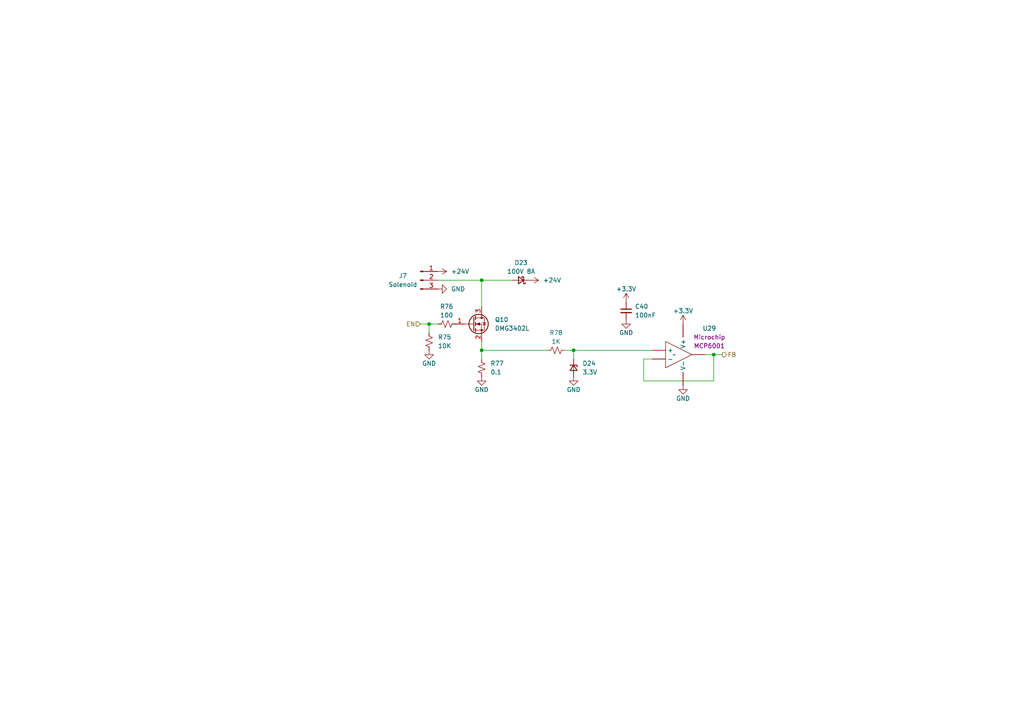
<source format=kicad_sch>
(kicad_sch (version 20231120) (generator "eeschema") (generator_version "8.0")
  (paper "A4")
  (lib_symbols
    (symbol "Connector:Conn_01x03_Pin" (pin_names (offset 1.016) hide)
      (property "Reference" "J" (at 0 5.08 0))
      (property "Value" "Conn_01x03_Pin" (at 0 -5.08 0))
      (symbol "Conn_01x03_Pin_1_1"
        (polyline (pts (xy 1.27 -2.54) (xy 0.8636 -2.54)) (stroke (width 0.1524)))
        (polyline (pts (xy 1.27 0) (xy 0.8636 0)) (stroke (width 0.1524)))
        (polyline (pts (xy 1.27 2.54) (xy 0.8636 2.54)) (stroke (width 0.1524)))
        (rectangle (start 0.8636 -2.413) (end 0 -2.667) (stroke (width 0.1524)) (fill (type outline)))
        (rectangle (start 0.8636 0.127) (end 0 -0.127) (stroke (width 0.1524)) (fill (type outline)))
        (rectangle (start 0.8636 2.667) (end 0 2.413) (stroke (width 0.1524)) (fill (type outline)))
        (pin passive line (at 5.08 2.54 180) (length 3.81) (name "Pin_1") (number "1"))
        (pin passive line (at 5.08 0 180) (length 3.81) (name "Pin_2") (number "2"))
        (pin passive line (at 5.08 -2.54 180) (length 3.81) (name "Pin_3") (number "3"))
      )
    )
    (symbol "Device:C_Small" (pin_numbers hide) (pin_names (offset 0.254) hide)
      (property "Reference" "C" (at 0.254 1.778 0))
      (property "Value" "C_Small" (at 0.254 -2.032 0))
      (symbol "C_Small_0_1"
        (polyline (pts (xy -1.524 -0.508) (xy 1.524 -0.508)) (stroke (width 0.3302)))
        (polyline (pts (xy -1.524 0.508) (xy 1.524 0.508)) (stroke (width 0.3048)))
      )
      (symbol "C_Small_1_1"
        (pin passive line (at 0 2.54 270) (length 2.032) (name "~") (number "1"))
        (pin passive line (at 0 -2.54 90) (length 2.032) (name "~") (number "2"))
      )
    )
    (symbol "Device:D_Schottky_Small" (pin_numbers hide) (pin_names (offset 0.254) hide)
      (property "Reference" "D" (at -1.27 2.032 0))
      (property "Value" "D_Schottky_Small" (at -7.112 -2.032 0))
      (symbol "D_Schottky_Small_0_1"
        (polyline (pts (xy -0.762 0) (xy 0.762 0)))
        (polyline (pts (xy 0.762 -1.016) (xy -0.762 0) (xy 0.762 1.016) (xy 0.762 -1.016)) (stroke (width 0.254)))
        (polyline (pts (xy -1.27 0.762) (xy -1.27 1.016) (xy -0.762 1.016) (xy -0.762 -1.016) (xy -0.254 -1.016) (xy -0.254 -0.762)) (stroke (width 0.254)))
      )
      (symbol "D_Schottky_Small_1_1"
        (pin passive line (at -2.54 0 0) (length 1.778) (name "K") (number "1"))
        (pin passive line (at 2.54 0 180) (length 1.778) (name "A") (number "2"))
      )
    )
    (symbol "Device:D_Zener_Small" (pin_numbers hide) (pin_names (offset 0.254) hide)
      (property "Reference" "D" (at 0 2.286 0))
      (property "Value" "D_Zener_Small" (at 0 -2.286 0))
      (symbol "D_Zener_Small_0_1"
        (polyline (pts (xy 0.762 0) (xy -0.762 0)))
        (polyline (pts (xy -0.254 1.016) (xy -0.762 1.016) (xy -0.762 -1.016)) (stroke (width 0.254)))
        (polyline (pts (xy 0.762 1.016) (xy -0.762 0) (xy 0.762 -1.016) (xy 0.762 1.016)) (stroke (width 0.254)))
      )
      (symbol "D_Zener_Small_1_1"
        (pin passive line (at -2.54 0 0) (length 1.778) (name "K") (number "1"))
        (pin passive line (at 2.54 0 180) (length 1.778) (name "A") (number "2"))
      )
    )
    (symbol "Device:Q_NMOS_GSD" (pin_names (offset 0) hide)
      (property "Reference" "Q" (at 5.08 1.27 0))
      (property "Value" "Q_NMOS_GSD" (at 5.08 -1.27 0))
      (symbol "Q_NMOS_GSD_0_1"
        (polyline (pts (xy 0.254 0) (xy -2.54 0)))
        (polyline (pts (xy 0.254 1.905) (xy 0.254 -1.905)) (stroke (width 0.254)))
        (polyline (pts (xy 0.762 -1.27) (xy 0.762 -2.286)) (stroke (width 0.254)))
        (polyline (pts (xy 0.762 0.508) (xy 0.762 -0.508)) (stroke (width 0.254)))
        (polyline (pts (xy 0.762 2.286) (xy 0.762 1.27)) (stroke (width 0.254)))
        (polyline (pts (xy 2.54 2.54) (xy 2.54 1.778)))
        (polyline (pts (xy 2.54 -2.54) (xy 2.54 0) (xy 0.762 0)))
        (polyline (pts (xy 0.762 -1.778) (xy 3.302 -1.778) (xy 3.302 1.778) (xy 0.762 1.778)))
        (polyline (pts (xy 1.016 0) (xy 2.032 0.381) (xy 2.032 -0.381) (xy 1.016 0)) (fill (type outline)))
        (polyline (pts (xy 2.794 0.508) (xy 2.921 0.381) (xy 3.683 0.381) (xy 3.81 0.254)))
        (polyline (pts (xy 3.302 0.381) (xy 2.921 -0.254) (xy 3.683 -0.254) (xy 3.302 0.381)))
        (circle (center 1.651 0) (radius 2.794) (stroke (width 0.254)))
        (circle (center 2.54 -1.778) (radius 0.254) (fill (type outline)))
        (circle (center 2.54 1.778) (radius 0.254) (fill (type outline)))
      )
      (symbol "Q_NMOS_GSD_1_1"
        (pin input line (at -5.08 0 0) (length 2.54) (name "G") (number "1"))
        (pin passive line (at 2.54 -5.08 90) (length 2.54) (name "S") (number "2"))
        (pin passive line (at 2.54 5.08 270) (length 2.54) (name "D") (number "3"))
      )
    )
    (symbol "Device:R_Small_US" (pin_numbers hide) (pin_names (offset 0.254) hide)
      (property "Reference" "R" (at 0.762 0.508 0))
      (property "Value" "R_Small_US" (at 0.762 -1.016 0))
      (symbol "R_Small_US_1_1"
        (polyline (pts (xy 0 0) (xy 1.016 -0.381) (xy 0 -0.762) (xy -1.016 -1.143) (xy 0 -1.524)))
        (polyline (pts (xy 0 1.524) (xy 1.016 1.143) (xy 0 0.762) (xy -1.016 0.381) (xy 0 0)))
        (pin passive line (at 0 2.54 270) (length 1.016) (name "~") (number "1"))
        (pin passive line (at 0 -2.54 90) (length 1.016) (name "~") (number "2"))
      )
    )
    (symbol "UCIRP-KiCAD-Lib:MCP6001" (pin_numbers hide)
      (property "Reference" "U" (at 0 5.08 0))
      (property "Value" "~" (at 0 0 0))
      (property "Manufacturer" "Microchip" (at 0 0 0))
      (property "Part #" "MCP6001" (at 0 0 0))
      (symbol "MCP6001_0_1"
        (polyline (pts (xy -2.54 3.81) (xy -2.54 -3.81) (xy 5.08 0) (xy -2.54 3.81)) (stroke (width 0.1524)))
      )
      (symbol "MCP6001_1_1"
        (pin output line (at 8.89 0 180) (length 3.81) (name "") (number "1"))
        (pin power_in line (at 2.54 -8.89 90) (length 3.81) (name "V-") (number "2"))
        (pin input line (at -6.35 1.27 0) (length 3.81) (name "+") (number "3"))
        (pin input line (at -6.35 -1.27 0) (length 3.81) (name "-") (number "4"))
        (pin power_in line (at 2.54 8.89 270) (length 3.81) (name "V+") (number "5"))
      )
    )
    (symbol "power:+24V" (power) (pin_names (offset 0))
      (property "Value" "+24V" (at 0 3.556 0))
      (symbol "+24V_0_1"
        (polyline (pts (xy -0.762 1.27) (xy 0 2.54)))
        (polyline (pts (xy 0 0) (xy 0 2.54)))
        (polyline (pts (xy 0 2.54) (xy 0.762 1.27)))
      )
      (symbol "+24V_1_1"
        (pin power_in line (at 0 0 90) (length 0) hide (name "+24V") (number "1"))
      )
    )
    (symbol "power:+3.3V" (power) (pin_names (offset 0))
      (property "Value" "+3.3V" (at 0 3.556 0))
      (symbol "+3.3V_0_1"
        (polyline (pts (xy -0.762 1.27) (xy 0 2.54)))
        (polyline (pts (xy 0 0) (xy 0 2.54)))
        (polyline (pts (xy 0 2.54) (xy 0.762 1.27)))
      )
      (symbol "+3.3V_1_1"
        (pin power_in line (at 0 0 90) (length 0) hide (name "+3.3V") (number "1"))
      )
    )
    (symbol "power:GND" (power) (pin_names (offset 0))
      (property "Value" "GND" (at 0 -3.81 0))
      (symbol "GND_0_1"
        (polyline (pts (xy 0 0) (xy 0 -1.27) (xy 1.27 -1.27) (xy 0 -2.54) (xy -1.27 -1.27) (xy 0 -1.27)))
      )
      (symbol "GND_1_1"
        (pin power_in line (at 0 0 270) (length 0) hide (name "GND") (number "1"))
      )
    )
  )
  (junction (at 207.01 102.87))
  (junction (at 124.46 93.98))
  (junction (at 139.7 81.28))
  (junction (at 166.37 101.6))
  (junction (at 139.7 101.6))
  (wire (pts (xy 166.37 101.6) (xy 189.23 101.6)))
  (wire (pts (xy 139.7 81.28) (xy 139.7 88.9)))
  (wire (pts (xy 139.7 101.6) (xy 139.7 104.14)))
  (wire (pts (xy 163.83 101.6) (xy 166.37 101.6)))
  (wire (pts (xy 127 93.98) (xy 124.46 93.98)))
  (wire (pts (xy 121.92 93.98) (xy 124.46 93.98)))
  (wire (pts (xy 139.7 101.6) (xy 158.75 101.6)))
  (wire (pts (xy 207.01 102.87) (xy 209.55 102.87)))
  (wire (pts (xy 207.01 102.87) (xy 204.47 102.87)))
  (wire (pts (xy 124.46 93.98) (xy 124.46 96.52)))
  (wire (pts (xy 139.7 81.28) (xy 148.59 81.28)))
  (wire (pts (xy 189.23 104.14) (xy 186.69 104.14)))
  (wire (pts (xy 186.69 104.14) (xy 186.69 110.49)))
  (wire (pts (xy 186.69 110.49) (xy 207.01 110.49)))
  (wire (pts (xy 139.7 99.06) (xy 139.7 101.6)))
  (wire (pts (xy 207.01 110.49) (xy 207.01 102.87)))
  (wire (pts (xy 166.37 101.6) (xy 166.37 104.14)))
  (wire (pts (xy 127 81.28) (xy 139.7 81.28)))
  (hierarchical_label "FB" (shape output) (at 209.55 102.87 0))
  (hierarchical_label "EN" (shape input) (at 121.92 93.98 180))
  (symbol (lib_id "Device:R_Small_US") (at 139.7 106.68 180) (unit 1)
    (property "Reference" "R77" (at 142.24 105.41 0) (effects (justify right)))
    (property "Value" "0.1" (at 142.24 107.95 0) (effects (justify right)))
    (property "Footprint" "Resistor_SMD:R_2512_6332Metric" (effects (hide yes)))
    (property "Manufacturer" " Stackpole Electronics Inc" (effects (hide yes)))
    (property "Part #" "CSRN2512FTR100" (effects (hide yes)))
    (instances (project "rocket2-ecu" (path "" (reference "R77") (unit 1)) (path "" (reference "R82") (unit 1)) (path "" (reference "R88") (unit 1)) (path "" (reference "R92") (unit 1))) (project "rocket2-gse" (path "" (reference "R33") (unit 1)) (path "" (reference "R37") (unit 1)) (path "" (reference "R53") (unit 1)) (path "" (reference "R49") (unit 1)) (path "" (reference "R45") (unit 1)) (path "" (reference "R41") (unit 1)) (path "" (reference "R61") (unit 1)) (path "" (reference "R57") (unit 1)) (path "" (reference "R65") (unit 1))))
  )
  (symbol (lib_id "Device:Q_NMOS_GSD") (at 137.16 93.98 0) (unit 1)
    (property "Reference" "Q10" (at 143.51 92.71 0) (effects (justify left)))
    (property "Value" "DMG3402L" (at 143.51 95.25 0) (effects (justify left)))
    (property "Footprint" "Package_TO_SOT_SMD:SOT-23-3" (effects (hide yes)))
    (property "Datasheet" "https://www.diodes.com/assets/Datasheets/DMG3402L.pdf" (effects (hide yes)))
    (property "Manufacturer" "Diodes Incorporated" (effects (hide yes)))
    (property "Part #" "DMG3402L" (effects (hide yes)))
    (instances (project "rocket2-ecu" (path "" (reference "Q10") (unit 1)) (path "" (reference "Q11") (unit 1)) (path "" (reference "Q12") (unit 1)) (path "" (reference "Q13") (unit 1))) (project "rocket2-gse" (path "" (reference "Q8") (unit 1)) (path "" (reference "Q9") (unit 1)) (path "" (reference "Q13") (unit 1)) (path "" (reference "Q12") (unit 1)) (path "" (reference "Q11") (unit 1)) (path "" (reference "Q10") (unit 1)) (path "" (reference "Q15") (unit 1)) (path "" (reference "Q14") (unit 1)) (path "" (reference "Q16") (unit 1))))
  )
  (symbol (lib_id "power:GND") (at 124.46 101.6 0) (unit 1)
    (property "Reference" "#PWR0107" (effects (hide yes)))
    (property "Value" "GND" (at 124.46 105.41 0))
    (instances (project "rocket2-ecu" (path "" (reference "#PWR0107") (unit 1)) (path "" (reference "#PWR0122") (unit 1)) (path "" (reference "#PWR0135") (unit 1)) (path "" (reference "#PWR0145") (unit 1))) (project "rocket2-gse" (path "" (reference "#PWR077") (unit 1)) (path "" (reference "#PWR087") (unit 1)) (path "" (reference "#PWR0127") (unit 1)) (path "" (reference "#PWR0117") (unit 1)) (path "" (reference "#PWR0107") (unit 1)) (path "" (reference "#PWR097") (unit 1)) (path "" (reference "#PWR0147") (unit 1)) (path "" (reference "#PWR0137") (unit 1)) (path "" (reference "#PWR0157") (unit 1))))
  )
  (symbol (lib_id "power:+3.3V") (at 181.61 87.63 0) (unit 1)
    (property "Reference" "#PWR0113" (effects (hide yes)))
    (property "Value" "+3.3V" (at 181.61 83.82 0))
    (instances (project "rocket2-ecu" (path "" (reference "#PWR0113") (unit 1)) (path "" (reference "#PWR0128") (unit 1)) (path "" (reference "#PWR0141") (unit 1)) (path "" (reference "#PWR0151") (unit 1))) (project "rocket2-gse" (path "" (reference "#PWR0123") (unit 1)) (path "" (reference "#PWR0143") (unit 1)) (path "" (reference "#PWR085") (unit 1)) (path "" (reference "#PWR0133") (unit 1)) (path "" (reference "#PWR0113") (unit 1)) (path "" (reference "#PWR0103") (unit 1)) (path "" (reference "#PWR093") (unit 1)) (path "" (reference "#PWR0153") (unit 1)) (path "" (reference "#PWR013") (unit 1)) (path "" (reference "#PWR0163") (unit 1))))
  )
  (symbol (lib_id "power:GND") (at 166.37 109.22 0) (unit 1)
    (property "Reference" "#PWR0112" (effects (hide yes)))
    (property "Value" "GND" (at 166.37 113.03 0))
    (instances (project "rocket2-ecu" (path "" (reference "#PWR0112") (unit 1)) (path "" (reference "#PWR0127") (unit 1)) (path "" (reference "#PWR0140") (unit 1)) (path "" (reference "#PWR0150") (unit 1))) (project "rocket2-gse" (path "" (reference "#PWR082") (unit 1)) (path "" (reference "#PWR092") (unit 1)) (path "" (reference "#PWR0132") (unit 1)) (path "" (reference "#PWR0122") (unit 1)) (path "" (reference "#PWR0112") (unit 1)) (path "" (reference "#PWR0102") (unit 1)) (path "" (reference "#PWR0152") (unit 1)) (path "" (reference "#PWR0142") (unit 1)) (path "" (reference "#PWR0162") (unit 1))))
  )
  (symbol (lib_id "power:GND") (at 198.12 111.76 0) (unit 1)
    (property "Reference" "#PWR0116" (effects (hide yes)))
    (property "Value" "GND" (at 198.12 115.57 0))
    (instances (project "rocket2-ecu" (path "" (reference "#PWR0116") (unit 1)) (path "" (reference "#PWR0131") (unit 1)) (path "" (reference "#PWR0144") (unit 1)) (path "" (reference "#PWR0154") (unit 1))) (project "rocket2-gse" (path "" (reference "#PWR084") (unit 1)) (path "" (reference "#PWR096") (unit 1)) (path "" (reference "#PWR0136") (unit 1)) (path "" (reference "#PWR0126") (unit 1)) (path "" (reference "#PWR0116") (unit 1)) (path "" (reference "#PWR0106") (unit 1)) (path "" (reference "#PWR0156") (unit 1)) (path "" (reference "#PWR0146") (unit 1)) (path "" (reference "#PWR0166") (unit 1))))
  )
  (symbol (lib_id "Device:D_Zener_Small") (at 166.37 106.68 270) (unit 1)
    (property "Reference" "D24" (at 168.91 105.41 90) (effects (justify left)))
    (property "Value" "3.3V" (at 168.91 107.95 90) (effects (justify left)))
    (property "Footprint" "Diode_SMD:D_SOD-123" (effects (hide yes)))
    (property "Datasheet" "https://www.onsemi.com/pdf/datasheet/mmsz4678t1-d.pdf" (effects (hide yes)))
    (property "Manufacturer" "Onsemi" (effects (hide yes)))
    (property "Part #" "MMSZ4684T1G" (effects (hide yes)))
    (instances (project "rocket2-ecu" (path "" (reference "D24") (unit 1)) (path "" (reference "D26") (unit 1)) (path "" (reference "D28") (unit 1)) (path "" (reference "D30") (unit 1))) (project "rocket2-gse" (path "" (reference "D11") (unit 1)) (path "" (reference "D13") (unit 1)) (path "" (reference "D21") (unit 1)) (path "" (reference "D19") (unit 1)) (path "" (reference "D17") (unit 1)) (path "" (reference "D15") (unit 1)) (path "" (reference "D25") (unit 1)) (path "" (reference "D23") (unit 1)) (path "" (reference "D27") (unit 1))))
  )
  (symbol (lib_id "power:GND") (at 127 83.82 90) (unit 1)
    (property "Reference" "#PWR0109" (effects (hide yes)))
    (property "Value" "GND" (at 130.81 83.82 90) (effects (justify right)))
    (instances (project "rocket2-ecu" (path "" (reference "#PWR0109") (unit 1)) (path "" (reference "#PWR0124") (unit 1)) (path "" (reference "#PWR0137") (unit 1)) (path "" (reference "#PWR0147") (unit 1))) (project "rocket2-gse" (path "" (reference "#PWR079") (unit 1)) (path "" (reference "#PWR089") (unit 1)) (path "" (reference "#PWR0129") (unit 1)) (path "" (reference "#PWR0119") (unit 1)) (path "" (reference "#PWR0109") (unit 1)) (path "" (reference "#PWR099") (unit 1)) (path "" (reference "#PWR0149") (unit 1)) (path "" (reference "#PWR0139") (unit 1)) (path "" (reference "#PWR0159") (unit 1))))
  )
  (symbol (lib_id "power:GND") (at 139.7 109.22 0) (unit 1)
    (property "Reference" "#PWR0110" (effects (hide yes)))
    (property "Value" "GND" (at 139.7 113.03 0))
    (instances (project "rocket2-ecu" (path "" (reference "#PWR0110") (unit 1)) (path "" (reference "#PWR0125") (unit 1)) (path "" (reference "#PWR0138") (unit 1)) (path "" (reference "#PWR0148") (unit 1))) (project "rocket2-gse" (path "" (reference "#PWR080") (unit 1)) (path "" (reference "#PWR090") (unit 1)) (path "" (reference "#PWR0130") (unit 1)) (path "" (reference "#PWR0120") (unit 1)) (path "" (reference "#PWR0110") (unit 1)) (path "" (reference "#PWR0100") (unit 1)) (path "" (reference "#PWR0150") (unit 1)) (path "" (reference "#PWR0140") (unit 1)) (path "" (reference "#PWR0160") (unit 1))))
  )
  (symbol (lib_id "power:GND") (at 181.61 92.71 0) (unit 1)
    (property "Reference" "#PWR0114" (effects (hide yes)))
    (property "Value" "GND" (at 181.61 96.52 0))
    (instances (project "rocket2-ecu" (path "" (reference "#PWR0114") (unit 1)) (path "" (reference "#PWR0129") (unit 1)) (path "" (reference "#PWR0142") (unit 1)) (path "" (reference "#PWR0152") (unit 1))) (project "rocket2-gse" (path "" (reference "#PWR0124") (unit 1)) (path "" (reference "#PWR0144") (unit 1)) (path "" (reference "#PWR086") (unit 1)) (path "" (reference "#PWR0134") (unit 1)) (path "" (reference "#PWR0114") (unit 1)) (path "" (reference "#PWR0104") (unit 1)) (path "" (reference "#PWR094") (unit 1)) (path "" (reference "#PWR0154") (unit 1)) (path "" (reference "#PWR014") (unit 1)) (path "" (reference "#PWR0164") (unit 1))))
  )
  (symbol (lib_id "Device:C_Small") (at 181.61 90.17 0) (unit 1)
    (property "Reference" "C40" (at 184.15 88.9 0) (effects (justify left)))
    (property "Value" "100nF" (at 184.15 91.44 0) (effects (justify left)))
    (property "Footprint" "Capacitor_SMD:C_0402_1005Metric" (effects (hide yes)))
    (property "Manufacturer" "Generic" (effects (hide yes)))
    (property "Part #" "Generic CAP CER 0.1UF 6.3V X7R 0402" (effects (hide yes)))
    (instances (project "rocket2-ecu" (path "" (reference "C40") (unit 1)) (path "" (reference "C43") (unit 1)) (path "" (reference "C48") (unit 1)) (path "" (reference "C49") (unit 1))) (project "rocket2-gse" (path "" (reference "C22") (unit 1)) (path "" (reference "C24") (unit 1)) (path "" (reference "C18") (unit 1)) (path "" (reference "C23") (unit 1)) (path "" (reference "C21") (unit 1)) (path "" (reference "C20") (unit 1)) (path "" (reference "C19") (unit 1)) (path "" (reference "C25") (unit 1)) (path "" (reference "C6") (unit 1)) (path "" (reference "C26") (unit 1))))
  )
  (symbol (lib_id "power:+24V") (at 127 78.74 270) (unit 1)
    (property "Reference" "#PWR0108" (effects (hide yes)))
    (property "Value" "+24V" (at 130.81 78.74 90) (effects (justify left)))
    (instances (project "rocket2-ecu" (path "" (reference "#PWR0108") (unit 1)) (path "" (reference "#PWR0123") (unit 1)) (path "" (reference "#PWR0136") (unit 1)) (path "" (reference "#PWR0146") (unit 1))) (project "rocket2-gse" (path "" (reference "#PWR078") (unit 1)) (path "" (reference "#PWR088") (unit 1)) (path "" (reference "#PWR0128") (unit 1)) (path "" (reference "#PWR0118") (unit 1)) (path "" (reference "#PWR0108") (unit 1)) (path "" (reference "#PWR098") (unit 1)) (path "" (reference "#PWR0148") (unit 1)) (path "" (reference "#PWR0138") (unit 1)) (path "" (reference "#PWR0158") (unit 1))))
  )
  (symbol (lib_id "Connector:Conn_01x03_Pin") (at 121.92 81.28 0) (unit 1)
    (property "Reference" "J7" (at 116.84 80.01 0))
    (property "Value" "Solenoid" (at 116.84 82.55 0))
    (property "Footprint" "Connector_PinHeader_2.54mm:PinHeader_1x03_P2.54mm_Vertical" (effects (hide yes)))
    (instances (project "rocket2-ecu" (path "" (reference "J7") (unit 1)) (path "" (reference "J8") (unit 1)) (path "" (reference "J9") (unit 1)) (path "" (reference "J10") (unit 1))) (project "rocket2-gse" (path "" (reference "J9") (unit 1)) (path "" (reference "J10") (unit 1)) (path "" (reference "J14") (unit 1)) (path "" (reference "J13") (unit 1)) (path "" (reference "J12") (unit 1)) (path "" (reference "J11") (unit 1)) (path "" (reference "J16") (unit 1)) (path "" (reference "J15") (unit 1)) (path "" (reference "J17") (unit 1))))
  )
  (symbol (lib_id "Device:R_Small_US") (at 124.46 99.06 180) (unit 1)
    (property "Reference" "R75" (at 127 97.79 0) (effects (justify right)))
    (property "Value" "10K" (at 127 100.33 0) (effects (justify right)))
    (property "Footprint" "Resistor_SMD:R_0402_1005Metric" (effects (hide yes)))
    (property "Manufacturer" "Generic" (effects (hide yes)))
    (property "Part #" "Generic RES SMD 10K OHM 1% 1/4W 0402" (effects (hide yes)))
    (instances (project "rocket2-ecu" (path "" (reference "R75") (unit 1)) (path "" (reference "R80") (unit 1)) (path "" (reference "R86") (unit 1)) (path "" (reference "R90") (unit 1))) (project "rocket2-gse" (path "" (reference "R31") (unit 1)) (path "" (reference "R35") (unit 1)) (path "" (reference "R51") (unit 1)) (path "" (reference "R47") (unit 1)) (path "" (reference "R43") (unit 1)) (path "" (reference "R39") (unit 1)) (path "" (reference "R59") (unit 1)) (path "" (reference "R55") (unit 1)) (path "" (reference "R63") (unit 1))))
  )
  (symbol (lib_id "power:+24V") (at 153.67 81.28 270) (unit 1)
    (property "Reference" "#PWR0111" (effects (hide yes)))
    (property "Value" "+24V" (at 157.48 81.28 90) (effects (justify left)))
    (instances (project "rocket2-ecu" (path "" (reference "#PWR0111") (unit 1)) (path "" (reference "#PWR0126") (unit 1)) (path "" (reference "#PWR0139") (unit 1)) (path "" (reference "#PWR0149") (unit 1))) (project "rocket2-gse" (path "" (reference "#PWR081") (unit 1)) (path "" (reference "#PWR091") (unit 1)) (path "" (reference "#PWR0131") (unit 1)) (path "" (reference "#PWR0121") (unit 1)) (path "" (reference "#PWR0111") (unit 1)) (path "" (reference "#PWR0101") (unit 1)) (path "" (reference "#PWR0151") (unit 1)) (path "" (reference "#PWR0141") (unit 1)) (path "" (reference "#PWR0161") (unit 1))))
  )
  (symbol (lib_id "Device:D_Schottky_Small") (at 151.13 81.28 180) (unit 1)
    (property "Reference" "D23" (at 151.13 76.2 0))
    (property "Value" "100V 8A" (at 151.13 78.74 0))
    (property "Footprint" "Diode_SMD:D_PowerDI-5" (effects (hide yes)))
    (property "Datasheet" "https://www.diodes.com/assets/Datasheets/SDT8A100P5.pdf" (effects (hide yes)))
    (property "Manufacturer" "Diodes Incorporated" (effects (hide yes)))
    (property "Part #" "SDT8A100P5-7" (effects (hide yes)))
    (instances (project "rocket2-ecu" (path "" (reference "D23") (unit 1)) (path "" (reference "D25") (unit 1)) (path "" (reference "D27") (unit 1)) (path "" (reference "D29") (unit 1))) (project "rocket2-gse" (path "" (reference "D18") (unit 1)) (path "" (reference "D22") (unit 1)) (path "" (reference "D10") (unit 1)) (path "" (reference "D20") (unit 1)) (path "" (reference "D16") (unit 1)) (path "" (reference "D14") (unit 1)) (path "" (reference "D12") (unit 1)) (path "" (reference "D24") (unit 1)) (path "" (reference "D1") (unit 1)) (path "" (reference "D26") (unit 1))))
  )
  (symbol (lib_id "power:+3.3V") (at 198.12 93.98 0) (unit 1)
    (property "Reference" "#PWR0115" (effects (hide yes)))
    (property "Value" "+3.3V" (at 198.12 90.17 0))
    (instances (project "rocket2-ecu" (path "" (reference "#PWR0115") (unit 1)) (path "" (reference "#PWR0130") (unit 1)) (path "" (reference "#PWR0143") (unit 1)) (path "" (reference "#PWR0153") (unit 1))) (project "rocket2-gse" (path "" (reference "#PWR083") (unit 1)) (path "" (reference "#PWR095") (unit 1)) (path "" (reference "#PWR0135") (unit 1)) (path "" (reference "#PWR0125") (unit 1)) (path "" (reference "#PWR0115") (unit 1)) (path "" (reference "#PWR0105") (unit 1)) (path "" (reference "#PWR0155") (unit 1)) (path "" (reference "#PWR0145") (unit 1)) (path "" (reference "#PWR0165") (unit 1))))
  )
  (symbol (lib_id "UCIRP-KiCAD-Lib:MCP6001") (at 195.58 102.87 0) (unit 1)
    (property "Reference" "U29" (at 205.74 95.25 0))
    (property "Value" "~" (at 195.58 102.87 0))
    (property "Footprint" "Package_TO_SOT_SMD:SOT-23-5" (effects (hide yes)))
    (property "Datasheet" "https://ww1.microchip.com/downloads/en/DeviceDoc/MCP6001-1R-1U-2-4-1-MHz-Low-Power-Op-Amp-DS20001733L.pdf" (effects (hide yes)))
    (property "Manufacturer" "Microchip" (at 205.74 97.79 0))
    (property "Part #" "MCP6001" (at 205.74 100.33 0))
    (instances (project "rocket2-ecu" (path "" (reference "U29") (unit 1)) (path "" (reference "U31") (unit 1)) (path "" (reference "U34") (unit 1)) (path "" (reference "U35") (unit 1))) (project "rocket2-gse" (path "" (reference "U5") (unit 1)) (path "" (reference "U6") (unit 1)) (path "" (reference "U10") (unit 1)) (path "" (reference "U9") (unit 1)) (path "" (reference "U8") (unit 1)) (path "" (reference "U7") (unit 1)) (path "" (reference "U12") (unit 1)) (path "" (reference "U11") (unit 1)) (path "" (reference "U13") (unit 1))))
  )
  (symbol (lib_id "Device:R_Small_US") (at 161.29 101.6 90) (unit 1)
    (property "Reference" "R78" (at 161.29 96.52 90))
    (property "Value" "1K" (at 161.29 99.06 90))
    (property "Footprint" "Resistor_SMD:R_0402_1005Metric" (effects (hide yes)))
    (property "Manufacturer" "Generic" (effects (hide yes)))
    (property "Part #" "Generic RES SMD 1K OHM 1% 1/16W 0402" (effects (hide yes)))
    (instances (project "rocket2-ecu" (path "" (reference "R78") (unit 1)) (path "" (reference "R83") (unit 1)) (path "" (reference "R89") (unit 1)) (path "" (reference "R93") (unit 1))) (project "rocket2-gse" (path "" (reference "R34") (unit 1)) (path "" (reference "R38") (unit 1)) (path "" (reference "R54") (unit 1)) (path "" (reference "R50") (unit 1)) (path "" (reference "R46") (unit 1)) (path "" (reference "R42") (unit 1)) (path "" (reference "R62") (unit 1)) (path "" (reference "R58") (unit 1)) (path "" (reference "R66") (unit 1))))
  )
  (symbol (lib_id "Device:R_Small_US") (at 129.54 93.98 90) (unit 1)
    (property "Reference" "R76" (at 129.54 88.9 90))
    (property "Value" "100" (at 129.54 91.44 90))
    (property "Footprint" "Resistor_SMD:R_0402_1005Metric" (effects (hide yes)))
    (property "Manufacturer" "Generic" (effects (hide yes)))
    (property "Part #" "Generic RES SMD 100 OHM 1% 1/4W 0402" (effects (hide yes)))
    (instances (project "rocket2-ecu" (path "" (reference "R76") (unit 1)) (path "" (reference "R81") (unit 1)) (path "" (reference "R87") (unit 1)) (path "" (reference "R91") (unit 1))) (project "rocket2-gse" (path "" (reference "R32") (unit 1)) (path "" (reference "R36") (unit 1)) (path "" (reference "R52") (unit 1)) (path "" (reference "R48") (unit 1)) (path "" (reference "R44") (unit 1)) (path "" (reference "R40") (unit 1)) (path "" (reference "R60") (unit 1)) (path "" (reference "R56") (unit 1)) (path "" (reference "R64") (unit 1))))
  )
)
</source>
